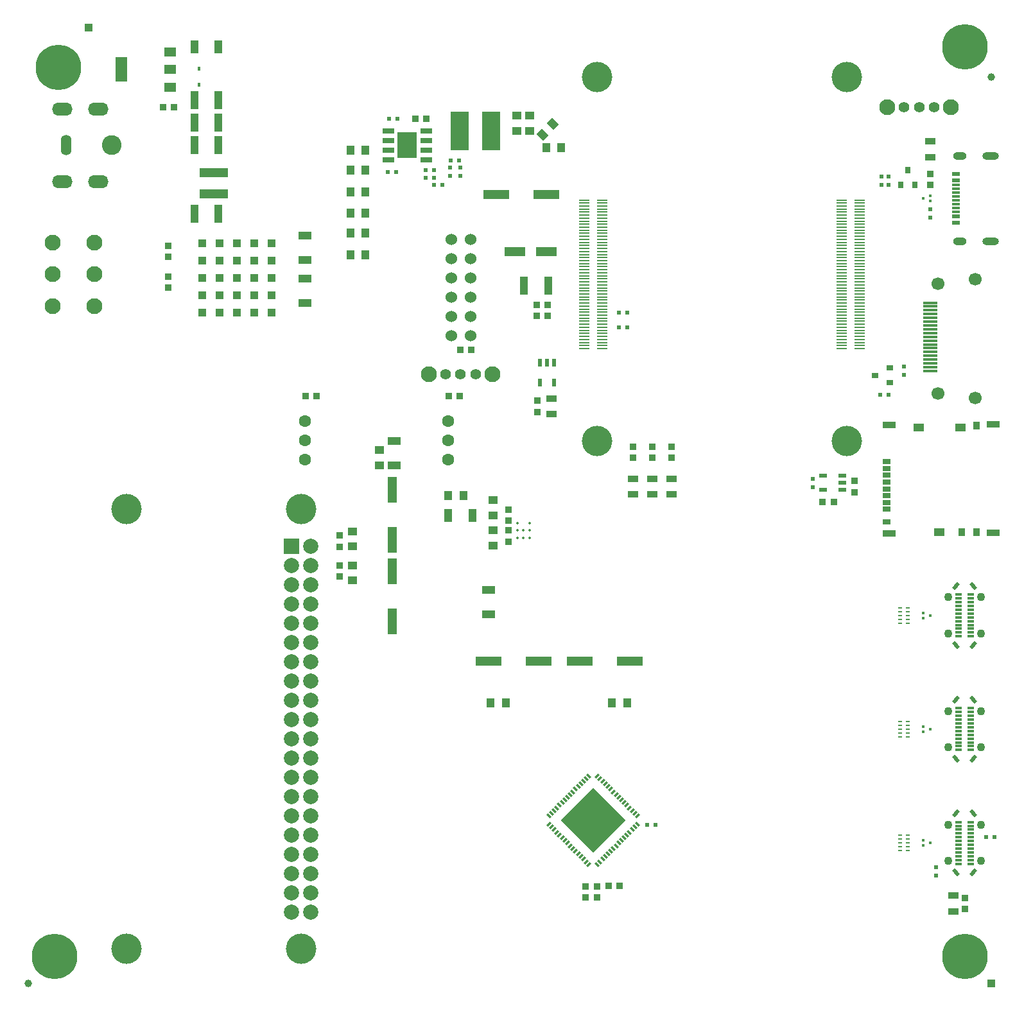
<source format=gbr>
%TF.GenerationSoftware,Altium Limited,Altium Designer,22.1.2 (22)*%
G04 Layer_Color=255*
%FSLAX26Y26*%
%MOIN*%
%TF.SameCoordinates,4DF63D30-2817-4CE9-9CB3-8786E99D956B*%
%TF.FilePolarity,Positive*%
%TF.FileFunction,Pads,Top*%
%TF.Part,Single*%
G01*
G75*
%TA.AperFunction,SMDPad,CuDef*%
%ADD10P,0.334066X4X270.0*%
%TA.AperFunction,ConnectorPad*%
%ADD11R,0.043307X0.011811*%
%ADD12R,0.043307X0.023622*%
%TA.AperFunction,SMDPad,CuDef*%
G04:AMPARAMS|DCode=13|XSize=19.685mil|YSize=40.551mil|CornerRadius=0mil|HoleSize=0mil|Usage=FLASHONLY|Rotation=140.000|XOffset=0mil|YOffset=0mil|HoleType=Round|Shape=Rectangle|*
%AMROTATEDRECTD13*
4,1,4,0.020573,0.009205,-0.005493,-0.021859,-0.020573,-0.009205,0.005493,0.021859,0.020573,0.009205,0.0*
%
%ADD13ROTATEDRECTD13*%

G04:AMPARAMS|DCode=14|XSize=19.685mil|YSize=40.551mil|CornerRadius=0mil|HoleSize=0mil|Usage=FLASHONLY|Rotation=40.000|XOffset=0mil|YOffset=0mil|HoleType=Round|Shape=Rectangle|*
%AMROTATEDRECTD14*
4,1,4,0.005493,-0.021859,-0.020573,0.009205,-0.005493,0.021859,0.020573,-0.009205,0.005493,-0.021859,0.0*
%
%ADD14ROTATEDRECTD14*%

%ADD15R,0.033465X0.011811*%
%TA.AperFunction,BGAPad,CuDef*%
%ADD16C,0.013780*%
%TA.AperFunction,SMDPad,CuDef*%
%ADD17R,0.092520X0.200787*%
%ADD18R,0.011811X0.011811*%
%ADD19R,0.043307X0.023622*%
%ADD20R,0.031496X0.035433*%
%ADD21R,0.062992X0.047244*%
%ADD22R,0.062992X0.129921*%
%ADD23R,0.018701X0.007874*%
%ADD24R,0.017716X0.023228*%
%ADD25R,0.102362X0.137795*%
%ADD26R,0.059055X0.031496*%
%TA.AperFunction,BGAPad,CuDef*%
%ADD27R,0.041732X0.041732*%
%TA.AperFunction,SMDPad,CuDef*%
%ADD28R,0.033465X0.035433*%
%ADD29R,0.023622X0.023622*%
G04:AMPARAMS|DCode=30|XSize=11.024mil|YSize=27.165mil|CornerRadius=0mil|HoleSize=0mil|Usage=FLASHONLY|Rotation=45.000|XOffset=0mil|YOffset=0mil|HoleType=Round|Shape=Rectangle|*
%AMROTATEDRECTD30*
4,1,4,0.005707,-0.013502,-0.013502,0.005707,-0.005707,0.013502,0.013502,-0.005707,0.005707,-0.013502,0.0*
%
%ADD30ROTATEDRECTD30*%

G04:AMPARAMS|DCode=31|XSize=11.024mil|YSize=27.165mil|CornerRadius=0mil|HoleSize=0mil|Usage=FLASHONLY|Rotation=315.000|XOffset=0mil|YOffset=0mil|HoleType=Round|Shape=Rectangle|*
%AMROTATEDRECTD31*
4,1,4,-0.013502,-0.005707,0.005707,0.013502,0.013502,0.005707,-0.005707,-0.013502,-0.013502,-0.005707,0.0*
%
%ADD31ROTATEDRECTD31*%

%ADD32R,0.145669X0.047244*%
%ADD33R,0.055118X0.035433*%
%ADD34R,0.074803X0.011811*%
%ADD35R,0.070866X0.039370*%
%ADD36R,0.133858X0.047244*%
%ADD37R,0.110236X0.047244*%
%ADD38R,0.056299X0.007874*%
%ADD39R,0.039370X0.049213*%
%ADD40R,0.035433X0.033465*%
%ADD41R,0.023622X0.023622*%
%ADD42R,0.055118X0.044488*%
%ADD43R,0.033465X0.039370*%
%ADD44R,0.066929X0.035433*%
%ADD45R,0.039370X0.025591*%
%ADD46R,0.047244X0.133858*%
%ADD47R,0.049213X0.039370*%
%ADD48R,0.043307X0.094488*%
%ADD49R,0.035433X0.031496*%
%ADD50R,0.023622X0.043307*%
%ADD51R,0.039370X0.070866*%
G04:AMPARAMS|DCode=52|XSize=39.37mil|YSize=49.213mil|CornerRadius=0mil|HoleSize=0mil|Usage=FLASHONLY|Rotation=45.000|XOffset=0mil|YOffset=0mil|HoleType=Round|Shape=Rectangle|*
%AMROTATEDRECTD52*
4,1,4,0.003480,-0.031319,-0.031319,0.003480,-0.003480,0.031319,0.031319,-0.003480,0.003480,-0.031319,0.0*
%
%ADD52ROTATEDRECTD52*%

%TA.AperFunction,FiducialPad,Global*%
%ADD53C,0.039370*%
%ADD54R,0.039370X0.039370*%
%TA.AperFunction,ComponentPad*%
%ADD68O,0.070866X0.039370*%
%ADD69O,0.086614X0.039370*%
%ADD70C,0.043307*%
%ADD71C,0.082677*%
%ADD72R,0.078740X0.078740*%
%ADD73C,0.078740*%
%ADD74O,0.106299X0.066929*%
%ADD75C,0.102362*%
%ADD76O,0.055118X0.106299*%
%ADD77C,0.055118*%
%ADD78C,0.062992*%
%ADD79C,0.236220*%
%ADD80C,0.066929*%
%ADD81C,0.157480*%
%ADD82C,0.060000*%
D10*
X3976378Y1889764D02*
D03*
D11*
X5860236Y5187008D02*
D03*
Y5167323D02*
D03*
Y5147638D02*
D03*
Y5127953D02*
D03*
Y5108268D02*
D03*
Y5088583D02*
D03*
Y5068898D02*
D03*
Y5049213D02*
D03*
D12*
Y4992126D02*
D03*
Y5023622D02*
D03*
Y5244095D02*
D03*
Y5212598D02*
D03*
D13*
X5950197Y2800000D02*
D03*
X5860827Y3105512D02*
D03*
X5950197Y1618898D02*
D03*
X5860827Y1924409D02*
D03*
X5950197Y2209449D02*
D03*
X5860827Y2514961D02*
D03*
D14*
Y2800000D02*
D03*
X5950197Y3105512D02*
D03*
X5860827Y1618898D02*
D03*
X5950197Y1924409D02*
D03*
X5860827Y2209449D02*
D03*
X5950197Y2514961D02*
D03*
D15*
X5938189Y2844488D02*
D03*
Y2864173D02*
D03*
Y2883858D02*
D03*
Y2903543D02*
D03*
Y2923228D02*
D03*
Y2942913D02*
D03*
Y2962598D02*
D03*
Y2982284D02*
D03*
Y3001968D02*
D03*
Y3021653D02*
D03*
Y3041339D02*
D03*
Y3061024D02*
D03*
X5872835D02*
D03*
Y3041339D02*
D03*
Y3021653D02*
D03*
Y3001968D02*
D03*
Y2982284D02*
D03*
Y2962598D02*
D03*
Y2942913D02*
D03*
Y2923228D02*
D03*
Y2903543D02*
D03*
Y2883858D02*
D03*
Y2864173D02*
D03*
Y2844488D02*
D03*
X5938189Y1663386D02*
D03*
Y1683071D02*
D03*
Y1702756D02*
D03*
Y1722441D02*
D03*
Y1742126D02*
D03*
Y1761811D02*
D03*
Y1781496D02*
D03*
Y1801181D02*
D03*
Y1820866D02*
D03*
Y1840551D02*
D03*
Y1860236D02*
D03*
Y1879921D02*
D03*
X5872835D02*
D03*
Y1860236D02*
D03*
Y1840551D02*
D03*
Y1820866D02*
D03*
Y1801181D02*
D03*
Y1781496D02*
D03*
Y1761811D02*
D03*
Y1742126D02*
D03*
Y1722441D02*
D03*
Y1702756D02*
D03*
Y1683071D02*
D03*
Y1663386D02*
D03*
X5938189Y2253937D02*
D03*
Y2273622D02*
D03*
Y2293307D02*
D03*
Y2312992D02*
D03*
Y2332677D02*
D03*
Y2352362D02*
D03*
Y2372047D02*
D03*
Y2391732D02*
D03*
Y2411417D02*
D03*
Y2431102D02*
D03*
Y2450787D02*
D03*
Y2470472D02*
D03*
X5872835D02*
D03*
Y2450787D02*
D03*
Y2431102D02*
D03*
Y2411417D02*
D03*
Y2391732D02*
D03*
Y2372047D02*
D03*
Y2352362D02*
D03*
Y2332677D02*
D03*
Y2312992D02*
D03*
Y2293307D02*
D03*
Y2273622D02*
D03*
Y2253937D02*
D03*
D16*
X3645669Y3433071D02*
D03*
Y3393701D02*
D03*
Y3354331D02*
D03*
X3582677Y3433071D02*
D03*
Y3393701D02*
D03*
Y3354331D02*
D03*
X3614173D02*
D03*
Y3393701D02*
D03*
D17*
X3447835Y5468504D02*
D03*
X3284449D02*
D03*
D18*
X5691929Y5118110D02*
D03*
X5725394Y5131890D02*
D03*
Y5104331D02*
D03*
Y1771653D02*
D03*
X5691929Y1757874D02*
D03*
Y1785433D02*
D03*
X5725394Y2362205D02*
D03*
X5691929Y2348425D02*
D03*
Y2375984D02*
D03*
X5725394Y2952756D02*
D03*
X5691929Y2938976D02*
D03*
Y2966535D02*
D03*
D19*
X5271654Y3604331D02*
D03*
X5169291Y3679134D02*
D03*
Y3604331D02*
D03*
X5271654Y3641732D02*
D03*
Y3679134D02*
D03*
D20*
X5610236Y5265748D02*
D03*
X5647638Y5187008D02*
D03*
X5572835D02*
D03*
D21*
X1779528Y5696850D02*
D03*
Y5787402D02*
D03*
Y5877953D02*
D03*
D22*
X1527559Y5787402D02*
D03*
D23*
X5571850Y2913386D02*
D03*
Y2933071D02*
D03*
Y2952756D02*
D03*
Y2972441D02*
D03*
Y2992126D02*
D03*
X5609252D02*
D03*
Y2972441D02*
D03*
Y2952756D02*
D03*
Y2933071D02*
D03*
Y2913386D02*
D03*
X5571850Y1732283D02*
D03*
Y1751968D02*
D03*
Y1771653D02*
D03*
Y1791339D02*
D03*
Y1811024D02*
D03*
X5609252D02*
D03*
Y1791339D02*
D03*
Y1771653D02*
D03*
Y1751968D02*
D03*
Y1732283D02*
D03*
X5571850Y2322835D02*
D03*
Y2342520D02*
D03*
Y2362205D02*
D03*
Y2381890D02*
D03*
Y2401575D02*
D03*
X5609252D02*
D03*
Y2381890D02*
D03*
Y2362205D02*
D03*
Y2342520D02*
D03*
Y2322835D02*
D03*
D24*
X1929134Y5793307D02*
D03*
Y5708661D02*
D03*
D25*
X3011811Y5393701D02*
D03*
D26*
X2913386Y5468701D02*
D03*
Y5418701D02*
D03*
Y5318701D02*
D03*
Y5368701D02*
D03*
X3110236D02*
D03*
Y5318701D02*
D03*
Y5418701D02*
D03*
Y5468701D02*
D03*
D27*
X2216142Y4885039D02*
D03*
X2306299D02*
D03*
X1945669D02*
D03*
X2035827D02*
D03*
X2125984D02*
D03*
X2216142Y4794882D02*
D03*
X2306299D02*
D03*
X1945669D02*
D03*
X2035827D02*
D03*
X2125984D02*
D03*
X2216142Y4704724D02*
D03*
X2306299D02*
D03*
X1945669D02*
D03*
X2035827D02*
D03*
X2125984D02*
D03*
Y4614567D02*
D03*
X2035827D02*
D03*
X1945669D02*
D03*
X2306299D02*
D03*
X2216142D02*
D03*
X2125984Y4524409D02*
D03*
X2035827D02*
D03*
X1945669D02*
D03*
X2306299D02*
D03*
X2216142D02*
D03*
D28*
X4115158Y1547244D02*
D03*
X4058071D02*
D03*
X3739173Y4566929D02*
D03*
X3682087D02*
D03*
X3739173Y4507874D02*
D03*
X3682087D02*
D03*
X3343504Y4330709D02*
D03*
X3286417D02*
D03*
X2483268Y4090551D02*
D03*
X2540354D02*
D03*
X3227362D02*
D03*
X3284449D02*
D03*
X1800197Y5590551D02*
D03*
X1743110D02*
D03*
X5168307Y3543307D02*
D03*
X5225394D02*
D03*
X3111220Y5531496D02*
D03*
X3054134D02*
D03*
D29*
X4257874Y1866142D02*
D03*
X4301181D02*
D03*
X5511024Y4100000D02*
D03*
X5467717D02*
D03*
X4110827Y4525000D02*
D03*
X4154134D02*
D03*
X4110827Y4450000D02*
D03*
X4154134D02*
D03*
X2958661Y5531496D02*
D03*
X2915354D02*
D03*
X6061024Y1803150D02*
D03*
X6017717D02*
D03*
X3194882Y5188976D02*
D03*
X3151575D02*
D03*
X2911417Y5255905D02*
D03*
X2954724D02*
D03*
X3151575Y5263779D02*
D03*
X3108268D02*
D03*
X3238189Y5314961D02*
D03*
X3281496D02*
D03*
X3108268Y5224409D02*
D03*
X3151575D02*
D03*
D30*
X4206744Y1868189D02*
D03*
X4192825Y1854269D02*
D03*
X4178906Y1840350D02*
D03*
X4164986Y1826430D02*
D03*
X4151067Y1812511D02*
D03*
X4137147Y1798592D02*
D03*
X4123228Y1784672D02*
D03*
X4109309Y1770753D02*
D03*
X3997953Y1659397D02*
D03*
X4011872Y1673317D02*
D03*
X4025792Y1687236D02*
D03*
X4039711Y1701156D02*
D03*
X4053631Y1715075D02*
D03*
X4067550Y1728994D02*
D03*
X4081470Y1742914D02*
D03*
X4095389Y1756833D02*
D03*
X3746012Y1911339D02*
D03*
X3759931Y1925258D02*
D03*
X3773850Y1939178D02*
D03*
X3787770Y1953097D02*
D03*
X3801689Y1967017D02*
D03*
X3815609Y1980936D02*
D03*
X3829528Y1994855D02*
D03*
X3843448Y2008775D02*
D03*
X3954803Y2120130D02*
D03*
X3940883Y2106211D02*
D03*
X3926964Y2092291D02*
D03*
X3913045Y2078372D02*
D03*
X3899125Y2064453D02*
D03*
X3885206Y2050533D02*
D03*
X3871286Y2036614D02*
D03*
X3857367Y2022694D02*
D03*
D31*
X3954803Y1659397D02*
D03*
X3940883Y1673317D02*
D03*
X3926964Y1687236D02*
D03*
X3913045Y1701156D02*
D03*
X3899125Y1715075D02*
D03*
X3885206Y1728994D02*
D03*
X3871286Y1742914D02*
D03*
X3857367Y1756833D02*
D03*
X3746012Y1868189D02*
D03*
X3759931Y1854269D02*
D03*
X3773850Y1840350D02*
D03*
X3787770Y1826430D02*
D03*
X3801689Y1812511D02*
D03*
X3815609Y1798592D02*
D03*
X3829528Y1784672D02*
D03*
X3843448Y1770753D02*
D03*
X3997953Y2120130D02*
D03*
X4011872Y2106211D02*
D03*
X4025792Y2092291D02*
D03*
X4039711Y2078372D02*
D03*
X4053631Y2064453D02*
D03*
X4067550Y2050533D02*
D03*
X4081470Y2036614D02*
D03*
X4095389Y2022694D02*
D03*
X4206744Y1911339D02*
D03*
X4192825Y1925258D02*
D03*
X4178906Y1939178D02*
D03*
X4164986Y1953097D02*
D03*
X4151067Y1967017D02*
D03*
X4137147Y1980936D02*
D03*
X4123228Y1994855D02*
D03*
X4109309Y2008775D02*
D03*
D32*
X2007874Y5251968D02*
D03*
Y5141732D02*
D03*
D33*
X5728346Y5415354D02*
D03*
Y5332677D02*
D03*
X4182480Y3580709D02*
D03*
Y3663386D02*
D03*
X3761220Y4080118D02*
D03*
Y3997441D02*
D03*
X4282480Y3580709D02*
D03*
Y3663386D02*
D03*
X4382480Y3580709D02*
D03*
Y3663386D02*
D03*
X5846457Y1498032D02*
D03*
Y1415354D02*
D03*
D34*
X5728346Y4379921D02*
D03*
Y4360236D02*
D03*
Y4340551D02*
D03*
Y4301181D02*
D03*
Y4261811D02*
D03*
Y4320866D02*
D03*
Y4281496D02*
D03*
Y4242126D02*
D03*
Y4222441D02*
D03*
Y4399606D02*
D03*
Y4419291D02*
D03*
Y4438976D02*
D03*
Y4478346D02*
D03*
Y4517717D02*
D03*
Y4458661D02*
D03*
Y4498032D02*
D03*
Y4537402D02*
D03*
Y4557087D02*
D03*
Y4576772D02*
D03*
D35*
X3435039Y2958661D02*
D03*
Y3084646D02*
D03*
X2480315Y4799213D02*
D03*
Y4925197D02*
D03*
X2944882Y3858268D02*
D03*
Y3732284D02*
D03*
X2480315Y4700787D02*
D03*
Y4574803D02*
D03*
D36*
X3472441Y5137795D02*
D03*
X3732284D02*
D03*
X3905512Y2716535D02*
D03*
X4165354D02*
D03*
X3692913D02*
D03*
X3433071D02*
D03*
D37*
X3568898Y4842520D02*
D03*
X3734252D02*
D03*
D38*
X5361811Y4732283D02*
D03*
Y4748032D02*
D03*
Y4763780D02*
D03*
Y4779528D02*
D03*
Y4795276D02*
D03*
Y4811024D02*
D03*
Y4826772D02*
D03*
Y4842520D02*
D03*
Y4858268D02*
D03*
Y4874016D02*
D03*
Y4889764D02*
D03*
Y4905512D02*
D03*
Y4921260D02*
D03*
Y4937008D02*
D03*
Y4952756D02*
D03*
Y4968504D02*
D03*
Y4984252D02*
D03*
Y5000000D02*
D03*
Y5015748D02*
D03*
Y5031496D02*
D03*
Y5047244D02*
D03*
Y5062992D02*
D03*
Y5078740D02*
D03*
Y5094488D02*
D03*
Y5110236D02*
D03*
Y4338583D02*
D03*
Y4354331D02*
D03*
Y4370079D02*
D03*
Y4385827D02*
D03*
Y4401575D02*
D03*
Y4417323D02*
D03*
Y4433071D02*
D03*
Y4448819D02*
D03*
Y4464567D02*
D03*
Y4480315D02*
D03*
Y4496063D02*
D03*
Y4511811D02*
D03*
Y4527559D02*
D03*
Y4543307D02*
D03*
Y4559055D02*
D03*
Y4574803D02*
D03*
Y4590551D02*
D03*
Y4606299D02*
D03*
Y4622047D02*
D03*
Y4637795D02*
D03*
Y4653543D02*
D03*
Y4669291D02*
D03*
Y4685039D02*
D03*
Y4700788D02*
D03*
Y4716535D02*
D03*
X5268110Y4732283D02*
D03*
Y4748032D02*
D03*
Y4763780D02*
D03*
Y4779528D02*
D03*
Y4795276D02*
D03*
Y4811024D02*
D03*
Y4826772D02*
D03*
Y4842520D02*
D03*
Y4858268D02*
D03*
Y4874016D02*
D03*
Y4889764D02*
D03*
Y4905512D02*
D03*
Y4921260D02*
D03*
Y4937008D02*
D03*
Y4952756D02*
D03*
Y4968504D02*
D03*
Y4984252D02*
D03*
Y5000000D02*
D03*
Y5015748D02*
D03*
Y5031496D02*
D03*
Y5047244D02*
D03*
Y5062992D02*
D03*
Y5078740D02*
D03*
Y5094488D02*
D03*
Y5110236D02*
D03*
Y4338583D02*
D03*
Y4354331D02*
D03*
Y4370079D02*
D03*
Y4385827D02*
D03*
Y4401575D02*
D03*
Y4417323D02*
D03*
Y4433071D02*
D03*
Y4448819D02*
D03*
Y4464567D02*
D03*
Y4480315D02*
D03*
Y4496063D02*
D03*
Y4511811D02*
D03*
Y4527559D02*
D03*
Y4543307D02*
D03*
Y4559055D02*
D03*
Y4574803D02*
D03*
Y4590551D02*
D03*
Y4606299D02*
D03*
Y4622047D02*
D03*
Y4637795D02*
D03*
Y4653543D02*
D03*
Y4669291D02*
D03*
Y4685039D02*
D03*
Y4700788D02*
D03*
Y4716535D02*
D03*
X4023228Y4732283D02*
D03*
Y4748032D02*
D03*
Y4763780D02*
D03*
Y4779528D02*
D03*
Y4795276D02*
D03*
Y4811024D02*
D03*
Y4826772D02*
D03*
Y4842520D02*
D03*
Y4858268D02*
D03*
Y4874016D02*
D03*
Y4889764D02*
D03*
Y4905512D02*
D03*
Y4921260D02*
D03*
Y4937008D02*
D03*
Y4952756D02*
D03*
Y4968504D02*
D03*
Y4984252D02*
D03*
Y5000000D02*
D03*
Y5015748D02*
D03*
Y5031496D02*
D03*
Y5047244D02*
D03*
Y5062992D02*
D03*
Y5078740D02*
D03*
Y5094488D02*
D03*
Y5110236D02*
D03*
Y4338583D02*
D03*
Y4354331D02*
D03*
Y4370079D02*
D03*
Y4385827D02*
D03*
Y4401575D02*
D03*
Y4417323D02*
D03*
Y4433071D02*
D03*
Y4448819D02*
D03*
Y4464567D02*
D03*
Y4480315D02*
D03*
Y4496063D02*
D03*
Y4511811D02*
D03*
Y4527559D02*
D03*
Y4543307D02*
D03*
Y4559055D02*
D03*
Y4574803D02*
D03*
Y4590551D02*
D03*
Y4606299D02*
D03*
Y4622047D02*
D03*
Y4637795D02*
D03*
Y4653543D02*
D03*
Y4669291D02*
D03*
Y4685039D02*
D03*
Y4700788D02*
D03*
Y4716535D02*
D03*
X3929528Y4732283D02*
D03*
Y4748032D02*
D03*
Y4763780D02*
D03*
Y4779528D02*
D03*
Y4795276D02*
D03*
Y4811024D02*
D03*
Y4826772D02*
D03*
Y4842520D02*
D03*
Y4858268D02*
D03*
Y4874016D02*
D03*
Y4889764D02*
D03*
Y4905512D02*
D03*
Y4921260D02*
D03*
Y4937008D02*
D03*
Y4952756D02*
D03*
Y4968504D02*
D03*
Y4984252D02*
D03*
Y5000000D02*
D03*
Y5015748D02*
D03*
Y5031496D02*
D03*
Y5047244D02*
D03*
Y5062992D02*
D03*
Y5078740D02*
D03*
Y5094488D02*
D03*
Y5110236D02*
D03*
Y4338583D02*
D03*
Y4354331D02*
D03*
Y4370079D02*
D03*
Y4385827D02*
D03*
Y4401575D02*
D03*
Y4417323D02*
D03*
Y4433071D02*
D03*
Y4448819D02*
D03*
Y4464567D02*
D03*
Y4480315D02*
D03*
Y4496063D02*
D03*
Y4511811D02*
D03*
Y4527559D02*
D03*
Y4543307D02*
D03*
Y4559055D02*
D03*
Y4574803D02*
D03*
Y4590551D02*
D03*
Y4606299D02*
D03*
Y4622047D02*
D03*
Y4637795D02*
D03*
Y4653543D02*
D03*
Y4669291D02*
D03*
Y4685039D02*
D03*
Y4700788D02*
D03*
Y4716535D02*
D03*
D39*
X2795276Y5370065D02*
D03*
X2716535D02*
D03*
X4153543Y2500000D02*
D03*
X4074803D02*
D03*
X3444882D02*
D03*
X3523622D02*
D03*
X3224409Y3574803D02*
D03*
X3303150D02*
D03*
X3732283Y5381890D02*
D03*
X3811024D02*
D03*
X2795276Y4826759D02*
D03*
X2716535D02*
D03*
X2795276Y4936995D02*
D03*
X2716535D02*
D03*
X2795276Y5043294D02*
D03*
X2716535D02*
D03*
X2795276Y5153530D02*
D03*
X2716535D02*
D03*
X2795276Y5263766D02*
D03*
X2716535D02*
D03*
D40*
X5334646Y3593504D02*
D03*
Y3650590D02*
D03*
X2661417Y3310039D02*
D03*
Y3367126D02*
D03*
Y3213583D02*
D03*
Y3156496D02*
D03*
X4182480Y3827756D02*
D03*
Y3770669D02*
D03*
X3686220Y4010236D02*
D03*
Y4067323D02*
D03*
X4282480Y3770669D02*
D03*
Y3827756D02*
D03*
X4382480Y3770669D02*
D03*
Y3827756D02*
D03*
X3535433Y3393701D02*
D03*
Y3336614D02*
D03*
Y3443898D02*
D03*
Y3500984D02*
D03*
X1771653Y4871063D02*
D03*
Y4813976D02*
D03*
Y4713583D02*
D03*
Y4656496D02*
D03*
X5905512Y1428150D02*
D03*
Y1485236D02*
D03*
X5728346Y5245079D02*
D03*
Y5187992D02*
D03*
X3996063Y1487205D02*
D03*
Y1544291D02*
D03*
X3937008D02*
D03*
Y1487205D02*
D03*
D41*
X3287402Y5277559D02*
D03*
Y5234252D02*
D03*
X5589370Y4246654D02*
D03*
Y4203346D02*
D03*
X5118110Y3663386D02*
D03*
Y3620079D02*
D03*
X5755905Y1600394D02*
D03*
Y1643701D02*
D03*
X5728346Y5061024D02*
D03*
Y5017717D02*
D03*
X3232284Y5277559D02*
D03*
Y5234252D02*
D03*
X5472441Y5230315D02*
D03*
Y5187008D02*
D03*
X5511811D02*
D03*
Y5230315D02*
D03*
D42*
X5882874Y3927165D02*
D03*
X5668307D02*
D03*
X5774606Y3383858D02*
D03*
D43*
X5890748Y3385827D02*
D03*
X5966732D02*
D03*
Y3937008D02*
D03*
D44*
X6054492Y3944016D02*
D03*
X6054134Y3381009D02*
D03*
X5514764Y3942913D02*
D03*
Y3379921D02*
D03*
D45*
X5500000Y3503937D02*
D03*
Y3751968D02*
D03*
Y3716535D02*
D03*
Y3681102D02*
D03*
Y3645669D02*
D03*
Y3610236D02*
D03*
Y3574803D02*
D03*
Y3539370D02*
D03*
Y3440157D02*
D03*
D46*
X2933661Y3606102D02*
D03*
Y3346260D02*
D03*
Y2921260D02*
D03*
Y3181102D02*
D03*
D47*
X2728346Y3311023D02*
D03*
Y3389764D02*
D03*
X2728347Y3212598D02*
D03*
Y3133858D02*
D03*
X2866142Y3732283D02*
D03*
Y3811024D02*
D03*
X3456693Y3393701D02*
D03*
Y3314961D02*
D03*
Y3472441D02*
D03*
Y3551181D02*
D03*
X3578740Y5468504D02*
D03*
Y5547244D02*
D03*
X3645669Y5468504D02*
D03*
Y5547244D02*
D03*
D48*
X3744095Y4665354D02*
D03*
X3618110D02*
D03*
X2031496Y5629921D02*
D03*
X1905512D02*
D03*
X2031496Y5511811D02*
D03*
X1905512D02*
D03*
X2031496Y5393701D02*
D03*
X1905512D02*
D03*
X2031496Y5039370D02*
D03*
X1905512D02*
D03*
D49*
X5439370Y4200000D02*
D03*
X5518110Y4237402D02*
D03*
Y4162598D02*
D03*
D50*
X3773622Y4264961D02*
D03*
X3698819Y4162598D02*
D03*
X3773622D02*
D03*
X3736220Y4264961D02*
D03*
X3698819D02*
D03*
D51*
X2031496Y5905512D02*
D03*
X1905512D02*
D03*
X3350394Y3472441D02*
D03*
X3224410D02*
D03*
D52*
X3712319Y5448539D02*
D03*
X3767996Y5504217D02*
D03*
D53*
X1043307Y1043307D02*
D03*
X6043307Y5748032D02*
D03*
D54*
Y1043307D02*
D03*
X1358268Y6003937D02*
D03*
D68*
X5881890Y5339370D02*
D03*
Y4896850D02*
D03*
D69*
X6039370Y5339370D02*
D03*
Y4896850D02*
D03*
D70*
X5820866Y2858268D02*
D03*
Y3047244D02*
D03*
X5990158D02*
D03*
Y2858268D02*
D03*
X5820866Y1677165D02*
D03*
Y1866142D02*
D03*
X5990158D02*
D03*
Y1677165D02*
D03*
X5820866Y2267716D02*
D03*
Y2456693D02*
D03*
X5990158D02*
D03*
Y2267716D02*
D03*
D71*
X1387795Y4889764D02*
D03*
Y4724409D02*
D03*
Y4559055D02*
D03*
X1171260Y4889764D02*
D03*
Y4724409D02*
D03*
Y4559055D02*
D03*
X5834646Y5590551D02*
D03*
X5503937D02*
D03*
X3122047Y4204724D02*
D03*
X3452756D02*
D03*
D72*
X2410866Y3312205D02*
D03*
D73*
X2510866D02*
D03*
X2410866Y3212205D02*
D03*
X2510866D02*
D03*
X2410866Y3112205D02*
D03*
X2510866D02*
D03*
X2410866Y3012205D02*
D03*
X2510866D02*
D03*
X2410866Y2912205D02*
D03*
X2510866D02*
D03*
X2410866Y2812205D02*
D03*
X2510866D02*
D03*
X2410866Y2712205D02*
D03*
X2510866D02*
D03*
X2410866Y2612205D02*
D03*
X2510866D02*
D03*
X2410866Y2512205D02*
D03*
X2510866D02*
D03*
X2410866Y2412205D02*
D03*
X2510866D02*
D03*
X2410866Y2312205D02*
D03*
X2510866D02*
D03*
X2410866Y2212205D02*
D03*
X2510866D02*
D03*
X2410866Y2112205D02*
D03*
X2510866D02*
D03*
X2410866Y2012205D02*
D03*
X2510866D02*
D03*
X2410866Y1912205D02*
D03*
X2510866D02*
D03*
X2410866Y1812205D02*
D03*
X2510866D02*
D03*
X2410866Y1712205D02*
D03*
X2510866D02*
D03*
X2410866Y1612205D02*
D03*
X2510866D02*
D03*
X2410866Y1512205D02*
D03*
X2510866D02*
D03*
X2410866Y1412205D02*
D03*
X2510866D02*
D03*
D74*
X1405512Y5206693D02*
D03*
Y5580709D02*
D03*
X1220472D02*
D03*
Y5206693D02*
D03*
D75*
X1476378Y5393701D02*
D03*
D76*
X1240158D02*
D03*
D77*
X5590551Y5590551D02*
D03*
X5669291D02*
D03*
X5748032D02*
D03*
X3366142Y4204724D02*
D03*
X3287402D02*
D03*
X3208661D02*
D03*
D78*
X3224409Y3962205D02*
D03*
Y3862205D02*
D03*
Y3762205D02*
D03*
X2480315Y3962205D02*
D03*
Y3862205D02*
D03*
Y3762205D02*
D03*
D79*
X5905512Y5905512D02*
D03*
X1181102Y1181102D02*
D03*
X1200000Y5800000D02*
D03*
X5905512Y1181102D02*
D03*
D80*
X5767717Y4675197D02*
D03*
X5960630Y4698819D02*
D03*
X5767717Y4104331D02*
D03*
X5960630Y4080709D02*
D03*
D81*
X2460630Y3503937D02*
D03*
X3996063Y3858268D02*
D03*
X5295276D02*
D03*
X3996063Y5748032D02*
D03*
X5295276D02*
D03*
X1555118Y3503937D02*
D03*
X2460630Y1220472D02*
D03*
X1555118D02*
D03*
D82*
X3239961Y4406299D02*
D03*
X3339961D02*
D03*
X3239961Y4806299D02*
D03*
X3339961D02*
D03*
Y4906299D02*
D03*
X3239961D02*
D03*
Y4706299D02*
D03*
X3339961D02*
D03*
X3239961Y4606299D02*
D03*
X3339961D02*
D03*
X3239961Y4506299D02*
D03*
X3339961D02*
D03*
%TF.MD5,0089ad43faec61a75a1e8d54f648d1a2*%
M02*

</source>
